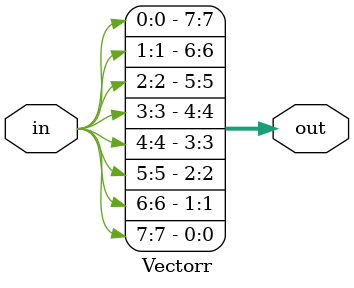
<source format=v>
`timescale 1ns / 1ps


module Vectorr(
    input [7:0] in,
    output [7:0] out
    );
	assign out = {in[0],in[1],in[2],in[3],in[4],in[5],in[6],in[7]};
endmodule

</source>
